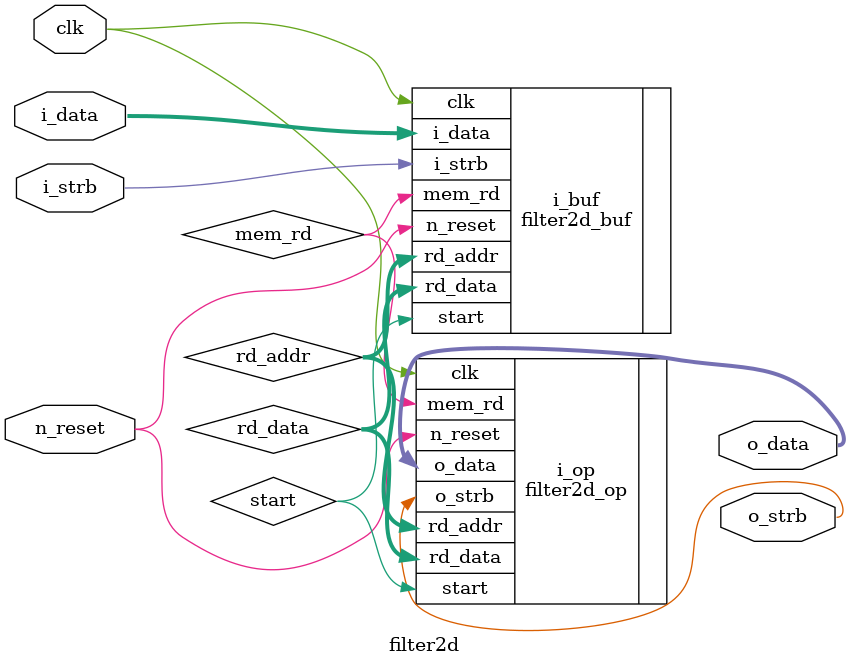
<source format=v>
module filter2d (
	input clk,
	input n_reset,
	input i_strb,
	input [7:0] i_data,
	output o_strb,
	output [7:0] o_data
);
wire start;
wire mem_rd;
wire [15:0] rd_addr;
wire [7:0] rd_data;

filter2d_buf i_buf (
	.clk(clk),
	.n_reset(n_reset),
	.i_strb(i_strb),
	.i_data(i_data),
	.start(start),
	.mem_rd(mem_rd),
	.rd_addr(rd_addr),
	.rd_data(rd_data)
);

filter2d_op i_op(
	.clk(clk),
	.n_reset(n_reset),
	.start(start),
	.mem_rd(mem_rd),
	.rd_addr(rd_addr),
	.rd_data(rd_data),
	.o_strb(o_strb),
	.o_data(o_data)
);

endmodule
</source>
